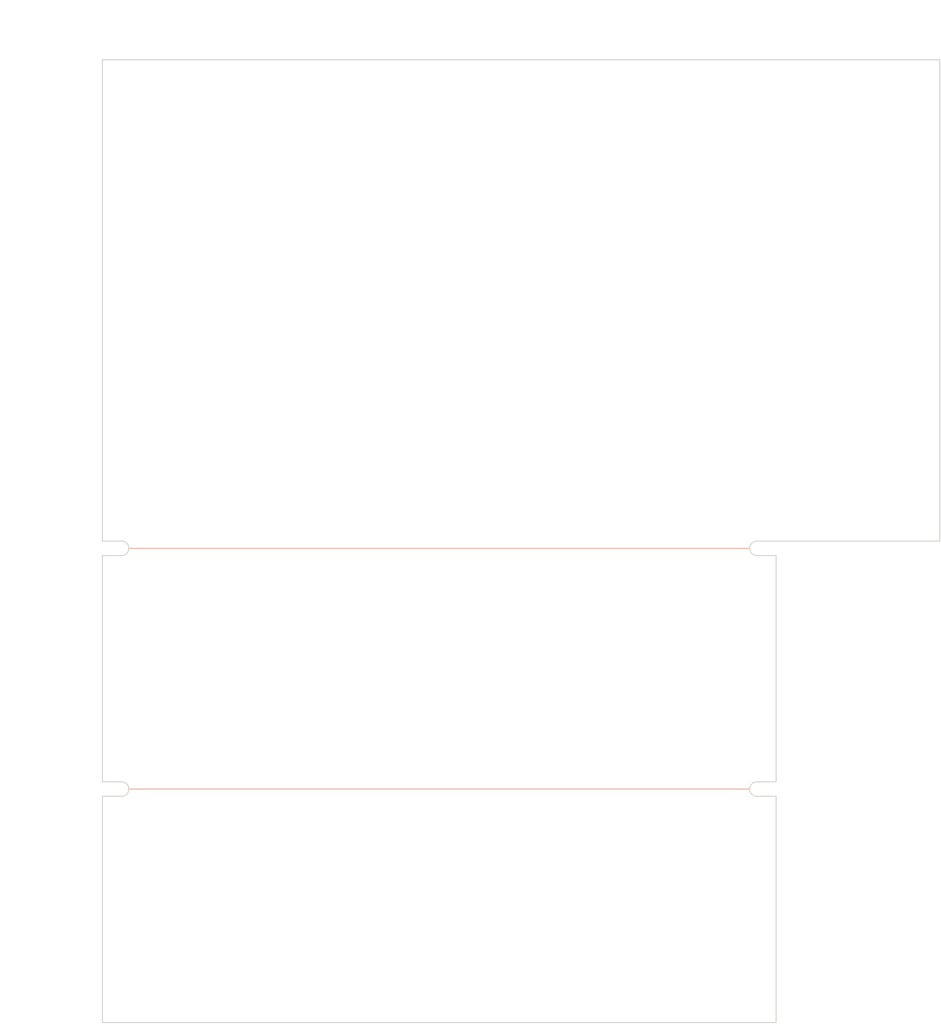
<source format=kicad_pcb>
(kicad_pcb (version 4) (host pcbnew 4.0.2+dfsg1-stable)

  (general
    (links 0)
    (no_connects 0)
    (area 49.949999 49.949999 137.050001 150.050001)
    (thickness 1.6)
    (drawings 30)
    (tracks 0)
    (zones 0)
    (modules 0)
    (nets 1)
  )

  (page A4)
  (layers
    (0 F.Cu signal)
    (31 B.Cu signal)
    (32 B.Adhes user)
    (33 F.Adhes user)
    (34 B.Paste user)
    (35 F.Paste user)
    (36 B.SilkS user)
    (37 F.SilkS user)
    (38 B.Mask user)
    (39 F.Mask user)
    (40 Dwgs.User user)
    (41 Cmts.User user)
    (42 Eco1.User user)
    (43 Eco2.User user)
    (44 Edge.Cuts user)
    (45 Margin user)
    (46 B.CrtYd user)
    (47 F.CrtYd user)
    (48 B.Fab user)
    (49 F.Fab user)
  )

  (setup
    (last_trace_width 0.25)
    (user_trace_width 0.25)
    (user_trace_width 0.5)
    (trace_clearance 0.2)
    (zone_clearance 0.3)
    (zone_45_only no)
    (trace_min 0.2)
    (segment_width 0.1)
    (edge_width 0.1)
    (via_size 0.6)
    (via_drill 0.4)
    (via_min_size 0.4)
    (via_min_drill 0.3)
    (uvia_size 0.3)
    (uvia_drill 0.1)
    (uvias_allowed no)
    (uvia_min_size 0.2)
    (uvia_min_drill 0.1)
    (pcb_text_width 0.3)
    (pcb_text_size 1.5 1.5)
    (mod_edge_width 0.15)
    (mod_text_size 1 1)
    (mod_text_width 0.15)
    (pad_size 1.5 1.5)
    (pad_drill 0.6)
    (pad_to_mask_clearance 0)
    (aux_axis_origin 0 0)
    (visible_elements FFFFFF7F)
    (pcbplotparams
      (layerselection 0x010fc_80000001)
      (usegerberextensions false)
      (excludeedgelayer true)
      (linewidth 0.100000)
      (plotframeref false)
      (viasonmask false)
      (mode 1)
      (useauxorigin false)
      (hpglpennumber 1)
      (hpglpenspeed 20)
      (hpglpendiameter 15)
      (hpglpenoverlay 2)
      (psnegative false)
      (psa4output false)
      (plotreference true)
      (plotvalue true)
      (plotinvisibletext false)
      (padsonsilk false)
      (subtractmaskfromsilk false)
      (outputformat 1)
      (mirror false)
      (drillshape 0)
      (scaleselection 1)
      (outputdirectory production))
  )

  (net 0 "")

  (net_class Default "This is the default net class."
    (clearance 0.2)
    (trace_width 0.25)
    (via_dia 0.6)
    (via_drill 0.4)
    (uvia_dia 0.3)
    (uvia_drill 0.1)
  )

  (dimension 87 (width 0.3) (layer Cmts.User)
    (gr_text "87.000 mm" (at 93.5 45.65) (layer Cmts.User)
      (effects (font (size 1.5 1.5) (thickness 0.3)))
    )
    (feature1 (pts (xy 137 50) (xy 137 44.3)))
    (feature2 (pts (xy 50 50) (xy 50 44.3)))
    (crossbar (pts (xy 50 47) (xy 137 47)))
    (arrow1a (pts (xy 137 47) (xy 135.873496 47.586421)))
    (arrow1b (pts (xy 137 47) (xy 135.873496 46.413579)))
    (arrow2a (pts (xy 50 47) (xy 51.126504 47.586421)))
    (arrow2b (pts (xy 50 47) (xy 51.126504 46.413579)))
  )
  (dimension 100 (width 0.3) (layer Cmts.User)
    (gr_text "100.000 mm" (at 45.65 100 270) (layer Cmts.User)
      (effects (font (size 1.5 1.5) (thickness 0.3)))
    )
    (feature1 (pts (xy 50 150) (xy 44.3 150)))
    (feature2 (pts (xy 50 50) (xy 44.3 50)))
    (crossbar (pts (xy 47 50) (xy 47 150)))
    (arrow1a (pts (xy 47 150) (xy 46.413579 148.873496)))
    (arrow1b (pts (xy 47 150) (xy 47.586421 148.873496)))
    (arrow2a (pts (xy 47 50) (xy 46.413579 51.126504)))
    (arrow2b (pts (xy 47 50) (xy 47.586421 51.126504)))
  )
  (gr_line (start 117.25 100.75) (end 52.75 100.75) (angle 90) (layer F.SilkS) (width 0.1))
  (gr_line (start 52.75 100.75) (end 117.25 100.75) (angle 90) (layer B.SilkS) (width 0.1))
  (gr_line (start 117.25 125.75) (end 52.75 125.75) (angle 90) (layer B.SilkS) (width 0.1))
  (gr_line (start 52.75 125.75) (end 117.25 125.75) (angle 90) (layer F.SilkS) (width 0.1))
  (gr_arc (start 118 100.75) (end 117.25 100.75) (angle 90) (layer Edge.Cuts) (width 0.1))
  (gr_arc (start 118 100.75) (end 118 101.5) (angle 90) (layer Edge.Cuts) (width 0.1))
  (gr_arc (start 118 125.75) (end 118 126.5) (angle 90) (layer Edge.Cuts) (width 0.1))
  (gr_arc (start 118 125.75) (end 117.25 125.75) (angle 90) (layer Edge.Cuts) (width 0.1))
  (gr_arc (start 52 125.75) (end 52 125) (angle 90) (layer Edge.Cuts) (width 0.1))
  (gr_arc (start 52 125.75) (end 52.75 125.75) (angle 90) (layer Edge.Cuts) (width 0.1))
  (gr_arc (start 52 100.75) (end 52 100) (angle 90) (layer Edge.Cuts) (width 0.1))
  (gr_arc (start 52 100.75) (end 52.75 100.75) (angle 90) (layer Edge.Cuts) (width 0.1))
  (gr_line (start 118 126.5) (end 120 126.5) (angle 90) (layer Edge.Cuts) (width 0.1))
  (gr_line (start 120 125) (end 118 125) (angle 90) (layer Edge.Cuts) (width 0.1))
  (gr_line (start 118 100) (end 137 100) (angle 90) (layer Edge.Cuts) (width 0.1))
  (gr_line (start 120 101.5) (end 118 101.5) (angle 90) (layer Edge.Cuts) (width 0.1))
  (gr_line (start 52 101.5) (end 50 101.5) (angle 90) (layer Edge.Cuts) (width 0.1))
  (gr_line (start 50 100) (end 52 100) (angle 90) (layer Edge.Cuts) (width 0.1))
  (gr_line (start 52 126.5) (end 50 126.5) (angle 90) (layer Edge.Cuts) (width 0.1))
  (gr_line (start 50 125) (end 52 125) (angle 90) (layer Edge.Cuts) (width 0.1))
  (gr_line (start 137 50) (end 137 100) (angle 90) (layer Edge.Cuts) (width 0.1))
  (gr_line (start 50 50) (end 137 50) (angle 90) (layer Edge.Cuts) (width 0.1))
  (gr_line (start 50 50) (end 50 100) (angle 90) (layer Edge.Cuts) (width 0.1))
  (gr_line (start 120 101.5) (end 120 125) (angle 90) (layer Edge.Cuts) (width 0.1))
  (gr_line (start 50 101.5) (end 50 125) (angle 90) (layer Edge.Cuts) (width 0.1))
  (gr_line (start 120 126.5) (end 120 150) (angle 90) (layer Edge.Cuts) (width 0.1))
  (gr_line (start 50 126.5) (end 50 150) (angle 90) (layer Edge.Cuts) (width 0.1))
  (gr_line (start 120 150) (end 50 150) (angle 90) (layer Edge.Cuts) (width 0.1))

)

</source>
